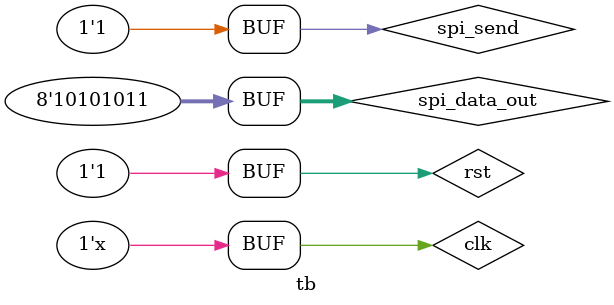
<source format=v>
`timescale 1ns / 1ps


module tb(

    );
     
   

    reg spi_send=1;
    reg [7:0]spi_data_out=8'hab;
    
    reg clk;
    initial   clk=0;
    always #20 clk=!clk;
    
    reg rst;
    initial
    begin
        rst=0;
        #60 rst=1;
    end
    
    
    wire sck,miso,cs,spi_send_done;
        
        spi_master spi_master
    (
        .sck    (sck),         //1MHz clk
        .miso   (miso),
        .cs     (cs),
        .rst    (rst),
        .spi_send   (spi_send),
        .spi_data_out   (spi_data_out),
        .spi_send_done  (spi_send_done),
        .clk    (clk)
    
    );
    
endmodule

</source>
